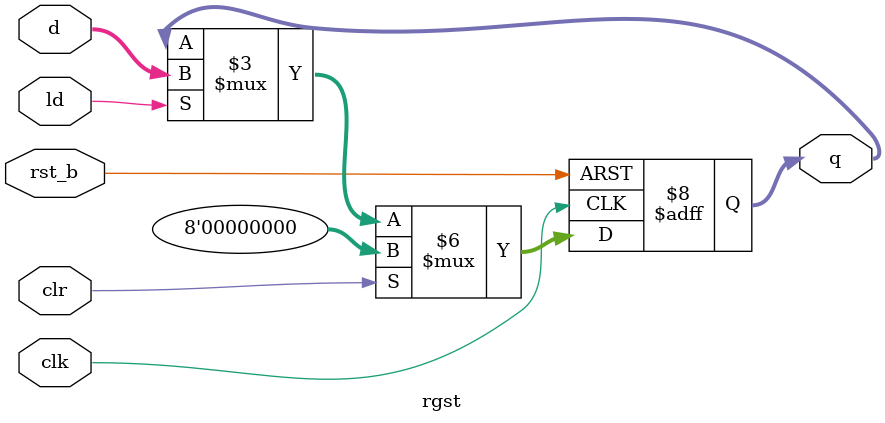
<source format=v>
module rgst #(parameter w=8)(
	input clk,rst_b,ld,clr,
	input [w-1:0] d,
	output reg [w-1:0] q
);
	always @ (posedge clk, negedge rst_b)
		if (!rst_b)			q <= 0;
		else if (clr)			q <= 0;
		else if (ld)			q <= d;
endmodule
</source>
